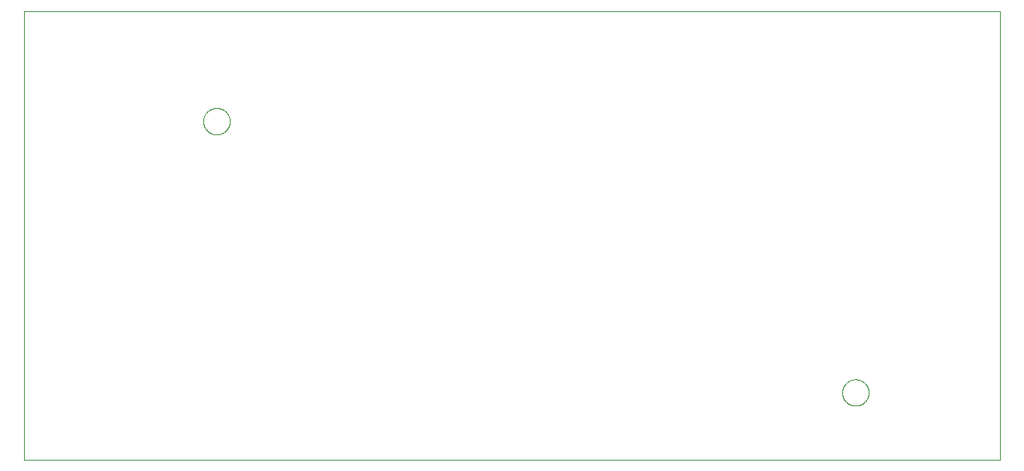
<source format=gko>
G75*
%MOIN*%
%OFA0B0*%
%FSLAX25Y25*%
%IPPOS*%
%LPD*%
%AMOC8*
5,1,8,0,0,1.08239X$1,22.5*
%
%ADD10C,0.00000*%
D10*
X0001800Y0001100D02*
X0001800Y0188061D01*
X0407901Y0188061D01*
X0407961Y0188101D02*
X0408039Y0001000D01*
X0408001Y0001000D02*
X0001800Y0001100D01*
X0076288Y0142100D02*
X0076290Y0142248D01*
X0076296Y0142396D01*
X0076306Y0142544D01*
X0076320Y0142691D01*
X0076338Y0142838D01*
X0076359Y0142984D01*
X0076385Y0143130D01*
X0076415Y0143275D01*
X0076448Y0143419D01*
X0076486Y0143562D01*
X0076527Y0143704D01*
X0076572Y0143845D01*
X0076620Y0143985D01*
X0076673Y0144124D01*
X0076729Y0144261D01*
X0076789Y0144396D01*
X0076852Y0144530D01*
X0076919Y0144662D01*
X0076990Y0144792D01*
X0077064Y0144920D01*
X0077141Y0145046D01*
X0077222Y0145170D01*
X0077306Y0145292D01*
X0077393Y0145411D01*
X0077484Y0145528D01*
X0077578Y0145643D01*
X0077674Y0145755D01*
X0077774Y0145865D01*
X0077876Y0145971D01*
X0077982Y0146075D01*
X0078090Y0146176D01*
X0078201Y0146274D01*
X0078314Y0146370D01*
X0078430Y0146462D01*
X0078548Y0146551D01*
X0078669Y0146636D01*
X0078792Y0146719D01*
X0078917Y0146798D01*
X0079044Y0146874D01*
X0079173Y0146946D01*
X0079304Y0147015D01*
X0079437Y0147080D01*
X0079572Y0147141D01*
X0079708Y0147199D01*
X0079845Y0147254D01*
X0079984Y0147304D01*
X0080125Y0147351D01*
X0080266Y0147394D01*
X0080409Y0147434D01*
X0080553Y0147469D01*
X0080697Y0147501D01*
X0080843Y0147528D01*
X0080989Y0147552D01*
X0081136Y0147572D01*
X0081283Y0147588D01*
X0081430Y0147600D01*
X0081578Y0147608D01*
X0081726Y0147612D01*
X0081874Y0147612D01*
X0082022Y0147608D01*
X0082170Y0147600D01*
X0082317Y0147588D01*
X0082464Y0147572D01*
X0082611Y0147552D01*
X0082757Y0147528D01*
X0082903Y0147501D01*
X0083047Y0147469D01*
X0083191Y0147434D01*
X0083334Y0147394D01*
X0083475Y0147351D01*
X0083616Y0147304D01*
X0083755Y0147254D01*
X0083892Y0147199D01*
X0084028Y0147141D01*
X0084163Y0147080D01*
X0084296Y0147015D01*
X0084427Y0146946D01*
X0084556Y0146874D01*
X0084683Y0146798D01*
X0084808Y0146719D01*
X0084931Y0146636D01*
X0085052Y0146551D01*
X0085170Y0146462D01*
X0085286Y0146370D01*
X0085399Y0146274D01*
X0085510Y0146176D01*
X0085618Y0146075D01*
X0085724Y0145971D01*
X0085826Y0145865D01*
X0085926Y0145755D01*
X0086022Y0145643D01*
X0086116Y0145528D01*
X0086207Y0145411D01*
X0086294Y0145292D01*
X0086378Y0145170D01*
X0086459Y0145046D01*
X0086536Y0144920D01*
X0086610Y0144792D01*
X0086681Y0144662D01*
X0086748Y0144530D01*
X0086811Y0144396D01*
X0086871Y0144261D01*
X0086927Y0144124D01*
X0086980Y0143985D01*
X0087028Y0143845D01*
X0087073Y0143704D01*
X0087114Y0143562D01*
X0087152Y0143419D01*
X0087185Y0143275D01*
X0087215Y0143130D01*
X0087241Y0142984D01*
X0087262Y0142838D01*
X0087280Y0142691D01*
X0087294Y0142544D01*
X0087304Y0142396D01*
X0087310Y0142248D01*
X0087312Y0142100D01*
X0087310Y0141952D01*
X0087304Y0141804D01*
X0087294Y0141656D01*
X0087280Y0141509D01*
X0087262Y0141362D01*
X0087241Y0141216D01*
X0087215Y0141070D01*
X0087185Y0140925D01*
X0087152Y0140781D01*
X0087114Y0140638D01*
X0087073Y0140496D01*
X0087028Y0140355D01*
X0086980Y0140215D01*
X0086927Y0140076D01*
X0086871Y0139939D01*
X0086811Y0139804D01*
X0086748Y0139670D01*
X0086681Y0139538D01*
X0086610Y0139408D01*
X0086536Y0139280D01*
X0086459Y0139154D01*
X0086378Y0139030D01*
X0086294Y0138908D01*
X0086207Y0138789D01*
X0086116Y0138672D01*
X0086022Y0138557D01*
X0085926Y0138445D01*
X0085826Y0138335D01*
X0085724Y0138229D01*
X0085618Y0138125D01*
X0085510Y0138024D01*
X0085399Y0137926D01*
X0085286Y0137830D01*
X0085170Y0137738D01*
X0085052Y0137649D01*
X0084931Y0137564D01*
X0084808Y0137481D01*
X0084683Y0137402D01*
X0084556Y0137326D01*
X0084427Y0137254D01*
X0084296Y0137185D01*
X0084163Y0137120D01*
X0084028Y0137059D01*
X0083892Y0137001D01*
X0083755Y0136946D01*
X0083616Y0136896D01*
X0083475Y0136849D01*
X0083334Y0136806D01*
X0083191Y0136766D01*
X0083047Y0136731D01*
X0082903Y0136699D01*
X0082757Y0136672D01*
X0082611Y0136648D01*
X0082464Y0136628D01*
X0082317Y0136612D01*
X0082170Y0136600D01*
X0082022Y0136592D01*
X0081874Y0136588D01*
X0081726Y0136588D01*
X0081578Y0136592D01*
X0081430Y0136600D01*
X0081283Y0136612D01*
X0081136Y0136628D01*
X0080989Y0136648D01*
X0080843Y0136672D01*
X0080697Y0136699D01*
X0080553Y0136731D01*
X0080409Y0136766D01*
X0080266Y0136806D01*
X0080125Y0136849D01*
X0079984Y0136896D01*
X0079845Y0136946D01*
X0079708Y0137001D01*
X0079572Y0137059D01*
X0079437Y0137120D01*
X0079304Y0137185D01*
X0079173Y0137254D01*
X0079044Y0137326D01*
X0078917Y0137402D01*
X0078792Y0137481D01*
X0078669Y0137564D01*
X0078548Y0137649D01*
X0078430Y0137738D01*
X0078314Y0137830D01*
X0078201Y0137926D01*
X0078090Y0138024D01*
X0077982Y0138125D01*
X0077876Y0138229D01*
X0077774Y0138335D01*
X0077674Y0138445D01*
X0077578Y0138557D01*
X0077484Y0138672D01*
X0077393Y0138789D01*
X0077306Y0138908D01*
X0077222Y0139030D01*
X0077141Y0139154D01*
X0077064Y0139280D01*
X0076990Y0139408D01*
X0076919Y0139538D01*
X0076852Y0139670D01*
X0076789Y0139804D01*
X0076729Y0139939D01*
X0076673Y0140076D01*
X0076620Y0140215D01*
X0076572Y0140355D01*
X0076527Y0140496D01*
X0076486Y0140638D01*
X0076448Y0140781D01*
X0076415Y0140925D01*
X0076385Y0141070D01*
X0076359Y0141216D01*
X0076338Y0141362D01*
X0076320Y0141509D01*
X0076306Y0141656D01*
X0076296Y0141804D01*
X0076290Y0141952D01*
X0076288Y0142100D01*
X0342288Y0029000D02*
X0342290Y0029148D01*
X0342296Y0029296D01*
X0342306Y0029444D01*
X0342320Y0029591D01*
X0342338Y0029738D01*
X0342359Y0029884D01*
X0342385Y0030030D01*
X0342415Y0030175D01*
X0342448Y0030319D01*
X0342486Y0030462D01*
X0342527Y0030604D01*
X0342572Y0030745D01*
X0342620Y0030885D01*
X0342673Y0031024D01*
X0342729Y0031161D01*
X0342789Y0031296D01*
X0342852Y0031430D01*
X0342919Y0031562D01*
X0342990Y0031692D01*
X0343064Y0031820D01*
X0343141Y0031946D01*
X0343222Y0032070D01*
X0343306Y0032192D01*
X0343393Y0032311D01*
X0343484Y0032428D01*
X0343578Y0032543D01*
X0343674Y0032655D01*
X0343774Y0032765D01*
X0343876Y0032871D01*
X0343982Y0032975D01*
X0344090Y0033076D01*
X0344201Y0033174D01*
X0344314Y0033270D01*
X0344430Y0033362D01*
X0344548Y0033451D01*
X0344669Y0033536D01*
X0344792Y0033619D01*
X0344917Y0033698D01*
X0345044Y0033774D01*
X0345173Y0033846D01*
X0345304Y0033915D01*
X0345437Y0033980D01*
X0345572Y0034041D01*
X0345708Y0034099D01*
X0345845Y0034154D01*
X0345984Y0034204D01*
X0346125Y0034251D01*
X0346266Y0034294D01*
X0346409Y0034334D01*
X0346553Y0034369D01*
X0346697Y0034401D01*
X0346843Y0034428D01*
X0346989Y0034452D01*
X0347136Y0034472D01*
X0347283Y0034488D01*
X0347430Y0034500D01*
X0347578Y0034508D01*
X0347726Y0034512D01*
X0347874Y0034512D01*
X0348022Y0034508D01*
X0348170Y0034500D01*
X0348317Y0034488D01*
X0348464Y0034472D01*
X0348611Y0034452D01*
X0348757Y0034428D01*
X0348903Y0034401D01*
X0349047Y0034369D01*
X0349191Y0034334D01*
X0349334Y0034294D01*
X0349475Y0034251D01*
X0349616Y0034204D01*
X0349755Y0034154D01*
X0349892Y0034099D01*
X0350028Y0034041D01*
X0350163Y0033980D01*
X0350296Y0033915D01*
X0350427Y0033846D01*
X0350556Y0033774D01*
X0350683Y0033698D01*
X0350808Y0033619D01*
X0350931Y0033536D01*
X0351052Y0033451D01*
X0351170Y0033362D01*
X0351286Y0033270D01*
X0351399Y0033174D01*
X0351510Y0033076D01*
X0351618Y0032975D01*
X0351724Y0032871D01*
X0351826Y0032765D01*
X0351926Y0032655D01*
X0352022Y0032543D01*
X0352116Y0032428D01*
X0352207Y0032311D01*
X0352294Y0032192D01*
X0352378Y0032070D01*
X0352459Y0031946D01*
X0352536Y0031820D01*
X0352610Y0031692D01*
X0352681Y0031562D01*
X0352748Y0031430D01*
X0352811Y0031296D01*
X0352871Y0031161D01*
X0352927Y0031024D01*
X0352980Y0030885D01*
X0353028Y0030745D01*
X0353073Y0030604D01*
X0353114Y0030462D01*
X0353152Y0030319D01*
X0353185Y0030175D01*
X0353215Y0030030D01*
X0353241Y0029884D01*
X0353262Y0029738D01*
X0353280Y0029591D01*
X0353294Y0029444D01*
X0353304Y0029296D01*
X0353310Y0029148D01*
X0353312Y0029000D01*
X0353310Y0028852D01*
X0353304Y0028704D01*
X0353294Y0028556D01*
X0353280Y0028409D01*
X0353262Y0028262D01*
X0353241Y0028116D01*
X0353215Y0027970D01*
X0353185Y0027825D01*
X0353152Y0027681D01*
X0353114Y0027538D01*
X0353073Y0027396D01*
X0353028Y0027255D01*
X0352980Y0027115D01*
X0352927Y0026976D01*
X0352871Y0026839D01*
X0352811Y0026704D01*
X0352748Y0026570D01*
X0352681Y0026438D01*
X0352610Y0026308D01*
X0352536Y0026180D01*
X0352459Y0026054D01*
X0352378Y0025930D01*
X0352294Y0025808D01*
X0352207Y0025689D01*
X0352116Y0025572D01*
X0352022Y0025457D01*
X0351926Y0025345D01*
X0351826Y0025235D01*
X0351724Y0025129D01*
X0351618Y0025025D01*
X0351510Y0024924D01*
X0351399Y0024826D01*
X0351286Y0024730D01*
X0351170Y0024638D01*
X0351052Y0024549D01*
X0350931Y0024464D01*
X0350808Y0024381D01*
X0350683Y0024302D01*
X0350556Y0024226D01*
X0350427Y0024154D01*
X0350296Y0024085D01*
X0350163Y0024020D01*
X0350028Y0023959D01*
X0349892Y0023901D01*
X0349755Y0023846D01*
X0349616Y0023796D01*
X0349475Y0023749D01*
X0349334Y0023706D01*
X0349191Y0023666D01*
X0349047Y0023631D01*
X0348903Y0023599D01*
X0348757Y0023572D01*
X0348611Y0023548D01*
X0348464Y0023528D01*
X0348317Y0023512D01*
X0348170Y0023500D01*
X0348022Y0023492D01*
X0347874Y0023488D01*
X0347726Y0023488D01*
X0347578Y0023492D01*
X0347430Y0023500D01*
X0347283Y0023512D01*
X0347136Y0023528D01*
X0346989Y0023548D01*
X0346843Y0023572D01*
X0346697Y0023599D01*
X0346553Y0023631D01*
X0346409Y0023666D01*
X0346266Y0023706D01*
X0346125Y0023749D01*
X0345984Y0023796D01*
X0345845Y0023846D01*
X0345708Y0023901D01*
X0345572Y0023959D01*
X0345437Y0024020D01*
X0345304Y0024085D01*
X0345173Y0024154D01*
X0345044Y0024226D01*
X0344917Y0024302D01*
X0344792Y0024381D01*
X0344669Y0024464D01*
X0344548Y0024549D01*
X0344430Y0024638D01*
X0344314Y0024730D01*
X0344201Y0024826D01*
X0344090Y0024924D01*
X0343982Y0025025D01*
X0343876Y0025129D01*
X0343774Y0025235D01*
X0343674Y0025345D01*
X0343578Y0025457D01*
X0343484Y0025572D01*
X0343393Y0025689D01*
X0343306Y0025808D01*
X0343222Y0025930D01*
X0343141Y0026054D01*
X0343064Y0026180D01*
X0342990Y0026308D01*
X0342919Y0026438D01*
X0342852Y0026570D01*
X0342789Y0026704D01*
X0342729Y0026839D01*
X0342673Y0026976D01*
X0342620Y0027115D01*
X0342572Y0027255D01*
X0342527Y0027396D01*
X0342486Y0027538D01*
X0342448Y0027681D01*
X0342415Y0027825D01*
X0342385Y0027970D01*
X0342359Y0028116D01*
X0342338Y0028262D01*
X0342320Y0028409D01*
X0342306Y0028556D01*
X0342296Y0028704D01*
X0342290Y0028852D01*
X0342288Y0029000D01*
M02*

</source>
